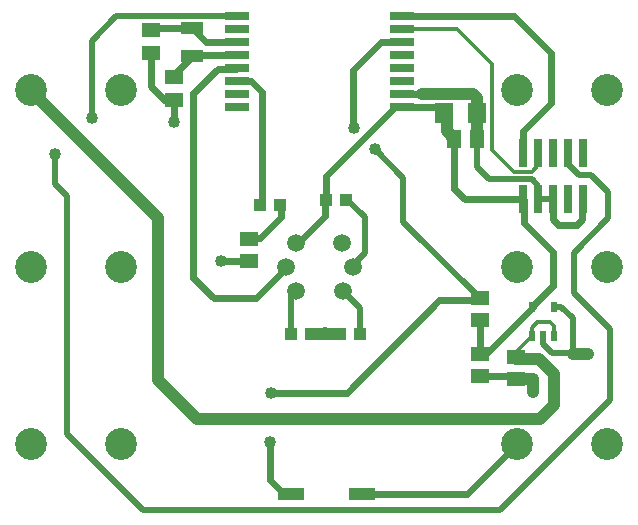
<source format=gbr>
G04 DipTrace 3.2.0.1*
G04 Top.gbr*
%MOIN*%
G04 #@! TF.FileFunction,Copper,L1,Top*
G04 #@! TF.Part,Single*
G04 #@! TA.AperFunction,Conductor*
%ADD13C,0.023622*%
%ADD14C,0.03937*%
%ADD15C,0.012992*%
%ADD16C,0.019685*%
G04 #@! TA.AperFunction,ComponentPad*
%ADD20C,0.059055*%
%ADD21R,0.059055X0.051181*%
%ADD22R,0.043307X0.03937*%
G04 #@! TA.AperFunction,ComponentPad*
%ADD23C,0.106299*%
%ADD24R,0.07874X0.027559*%
%ADD25R,0.09X0.03937*%
%ADD28R,0.029921X0.094488*%
%ADD29R,0.074803X0.043307*%
%ADD30R,0.051181X0.059055*%
%ADD31R,0.022047X0.033465*%
%ADD32R,0.062992X0.070866*%
G04 #@! TA.AperFunction,ViaPad*
%ADD33C,0.04*%
%FSLAX26Y26*%
G04*
G70*
G90*
G75*
G01*
G04 Top*
%LPD*%
X1733465Y1835827D2*
D13*
X1800394D1*
D14*
X1843307D1*
X1429528Y1037402D2*
X1476772D1*
X1477165Y1037795D1*
X2187008Y1485433D2*
D16*
X2237008D1*
X2169685Y840945D2*
D14*
Y885039D1*
X2112205D1*
Y884646D1*
X1992913Y895669D2*
D13*
X2112205D1*
Y884646D1*
X1129921Y1279134D2*
X1221260D1*
X1221654Y1278740D1*
X2237008Y1485433D2*
Y1417717D1*
X2253937Y1400787D1*
X2315354D1*
X2334252Y1419685D1*
Y1484646D1*
X2337008Y1481890D1*
Y1485433D1*
X1598819Y502362D2*
X1949803D1*
X2116732Y669291D1*
X894488Y1973622D2*
Y1862598D1*
X940945Y1816142D1*
X971260D1*
X972047Y1741732D2*
Y1816142D1*
X971260D1*
X2203543Y1030709D2*
D16*
Y1001575D1*
X2233465Y971654D1*
X2300394D1*
X2301969Y970079D1*
X2240945Y1127165D2*
X2263386D1*
X2301969Y1088583D1*
Y970079D1*
D14*
X2352362D1*
X1525984Y1037402D2*
X1477559D1*
X1843307Y1835827D2*
X1969291D1*
X1983465Y1821654D1*
Y1772047D1*
X2187008Y1485433D2*
D16*
Y1530709D1*
X2166535Y1551181D1*
X2023622D1*
X1983465Y1591339D1*
Y1685827D1*
X1982283Y1687008D1*
D14*
Y1770866D1*
X1983465Y1772047D1*
X1478740Y1483071D2*
D13*
Y1561417D1*
X1709843Y1792520D1*
X1733465D1*
X1378000Y1340037D2*
X1387675D1*
X1477165Y1429528D1*
Y1472835D1*
X1478740D1*
Y1483071D1*
X1991732Y1081496D2*
Y971654D1*
X1992913Y970472D1*
X2166142Y1127165D2*
X2168898D1*
X2012205Y970472D1*
X1992913D1*
X2166142Y1127165D2*
Y1128346D1*
X2234646Y1196850D1*
Y1309449D1*
X2138976Y1405118D1*
Y1483465D1*
X2137008Y1485433D1*
X1733465Y1792520D2*
X1852756D1*
X1873228Y1772047D1*
X1876378Y1768898D2*
X1873228Y1772047D1*
X1907480Y1687008D2*
Y1520472D1*
X1942520Y1485433D1*
X2137008D1*
X1873228Y1772047D2*
D14*
X1882283D1*
Y1712205D1*
X1907480Y1687008D1*
X1345546Y1259711D2*
D13*
Y1255782D1*
X1244882Y1155118D1*
X1104724D1*
X1036614Y1223228D1*
Y1838583D1*
X1118898Y1920866D1*
X1180709D1*
X1182283Y1922441D1*
X1535386Y1179648D2*
D16*
X1592913Y1122121D1*
Y1037402D1*
X1379390Y1179982D2*
X1362598Y1163192D1*
Y1037402D1*
X1567840Y1259974D2*
X1562730D1*
X1607874Y1305118D1*
Y1425984D1*
X1544094Y1489764D1*
Y1483071D1*
X1545669D1*
X1326772Y1466535D2*
D13*
X1328346D1*
Y1427165D1*
X1258661Y1357480D1*
X1221654D1*
Y1353543D1*
X1182283Y2009055D2*
X1081102D1*
X1033858Y2056299D1*
X902362D1*
X894488Y2048425D1*
X2112205Y959449D2*
D15*
Y976772D1*
X2166142Y1030709D1*
Y1057087D1*
X2183465Y1074409D1*
X2227559D1*
X2240945Y1061024D1*
Y1030709D1*
X496654Y1850394D2*
D14*
X492126D1*
X920866Y1421654D1*
Y882677D1*
X1050394Y753150D1*
X2192913D1*
X2240551Y800787D1*
Y901969D1*
X2189370Y953150D1*
X2112205D1*
Y959449D1*
X1733465Y2009055D2*
D13*
X1662992D1*
X1570866Y1916929D1*
Y1725984D1*
X1574409Y1722441D1*
X1642126Y1652756D2*
D16*
X1737402Y1557480D1*
Y1410630D1*
X1991732Y1156299D1*
X1362598Y502362D2*
D13*
X1340945D1*
X1294094Y549213D1*
Y676772D1*
X1294488Y840157D2*
X1548819D1*
X1857087Y1148425D1*
X1977953D1*
X1985827Y1156299D1*
X1991732D1*
X1733465Y2095669D2*
X2105906D1*
X2229921Y1971654D1*
Y1807087D1*
X2137008Y1714173D1*
Y1638976D1*
X1033858Y1961811D2*
Y1965748D1*
X1182283D1*
X971260Y1890945D2*
Y1899213D1*
X1033858Y1961811D1*
X2187008Y1638976D2*
D15*
Y1598819D1*
X2165354Y1577165D1*
X2107087D1*
X2033858Y1650394D1*
Y1935630D1*
X1917126Y2052362D1*
X1733465D1*
X577559Y1635827D2*
D16*
Y1536953D1*
X617717Y1496795D1*
Y701969D1*
X868898Y450787D1*
X2060236D1*
X2425591Y816142D1*
Y1052362D1*
X2305512Y1172441D1*
Y1306693D1*
X2420866Y1422047D1*
Y1508268D1*
X2362598Y1566535D1*
X2324016D1*
X2287008Y1603543D1*
Y1638976D1*
X1182283Y2095669D2*
X779921D1*
X698425Y2014173D1*
Y1756693D1*
X700000Y1755118D1*
X1182283Y1879134D2*
D13*
X1229528D1*
X1264567Y1844094D1*
Y1471260D1*
X1259843Y1466535D1*
D33*
X1800394Y1835827D3*
X1843307D3*
X1477165Y1037795D3*
X1574409Y1722441D3*
X1642126Y1652756D3*
X2169685Y885039D3*
Y840945D3*
X1294488Y840157D3*
X1294094Y676772D3*
X1129921Y1279134D3*
X700000Y1755118D3*
X577559Y1635827D3*
X972047Y1741732D3*
X2301969Y970079D3*
X2352362D3*
D20*
X1533996Y1339703D3*
X1567839Y1259974D3*
X1379388Y1179982D3*
X1345546Y1259711D3*
X1378000Y1340037D3*
X1535385Y1179648D3*
D21*
X1221654Y1278740D3*
Y1353543D3*
D22*
X1545669Y1483071D3*
X1478740D3*
X1525984Y1037402D3*
X1592913D3*
X1429528D3*
X1362598D3*
X1326772Y1466535D3*
X1259843D3*
D23*
X796654Y1259843D3*
X2416732D3*
X496654D3*
X2116732D3*
Y1850394D3*
X496654D3*
X2416732D3*
X796654D3*
D24*
X1733465Y1792520D3*
Y1835827D3*
Y1879134D3*
Y1922441D3*
Y1965748D3*
Y2009055D3*
Y2052362D3*
Y2095669D3*
X1182283Y1792520D3*
Y1835827D3*
Y1879134D3*
Y1922441D3*
Y1965748D3*
Y2009055D3*
Y2052362D3*
Y2095669D3*
D21*
X2112205Y959449D3*
Y884646D3*
X1992913Y895669D3*
Y970472D3*
D25*
X1362598Y502362D3*
X1598819D3*
D21*
X1991732Y1081496D3*
Y1156299D3*
D28*
X2237008Y1485433D3*
X2287008D3*
X2337008D3*
X2187008D3*
X2137008D3*
X2237008Y1638976D3*
X2287008D3*
X2337008D3*
X2187008D3*
X2137008D3*
D23*
X2116732Y669291D3*
X496654D3*
X2416732D3*
X796654D3*
D29*
X1033858Y2056299D3*
Y1961811D3*
D21*
X894488Y1973622D3*
Y2048425D3*
X971260Y1816142D3*
Y1890945D3*
D30*
X1907480Y1687008D3*
X1982283D3*
D31*
X2203543Y1030709D3*
X2240945D3*
X2166142D3*
X2240945Y1127165D3*
X2166142D3*
D32*
X1873228Y1772047D3*
X1983465D3*
M02*

</source>
